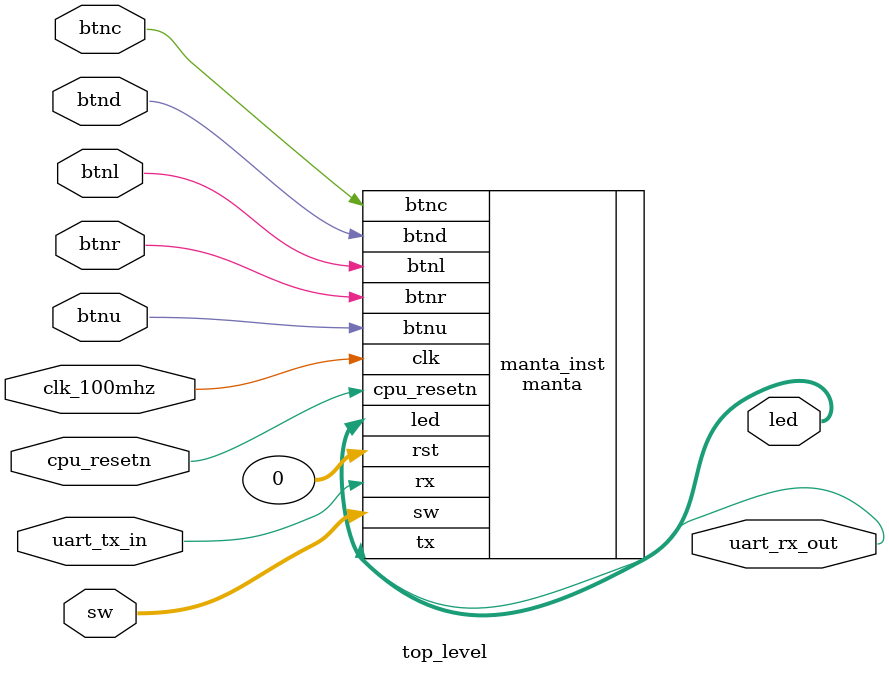
<source format=sv>
`default_nettype none
`timescale 1ns / 1ps

module top_level (
	input wire clk_100mhz,

    input wire uart_tx_in,
	output logic uart_rx_out,

    input wire btnu,
    input wire btnd,
    input wire btnl,
    input wire btnr,
	input wire btnc,
    input wire cpu_resetn,

    input wire [7:0] sw,

	output logic [7:0] led);

    manta manta_inst (
        .clk(clk_100mhz),
        .rst(0),

        .rx(uart_tx_in),
        .tx(uart_rx_out),

        .btnu(btnu),
        .btnd(btnd),
        .btnl(btnl),
        .btnr(btnr),
        .btnc(btnc),
        .cpu_resetn(cpu_resetn),
        .sw(sw),
        .led(led));

endmodule

`default_nettype wire
</source>
